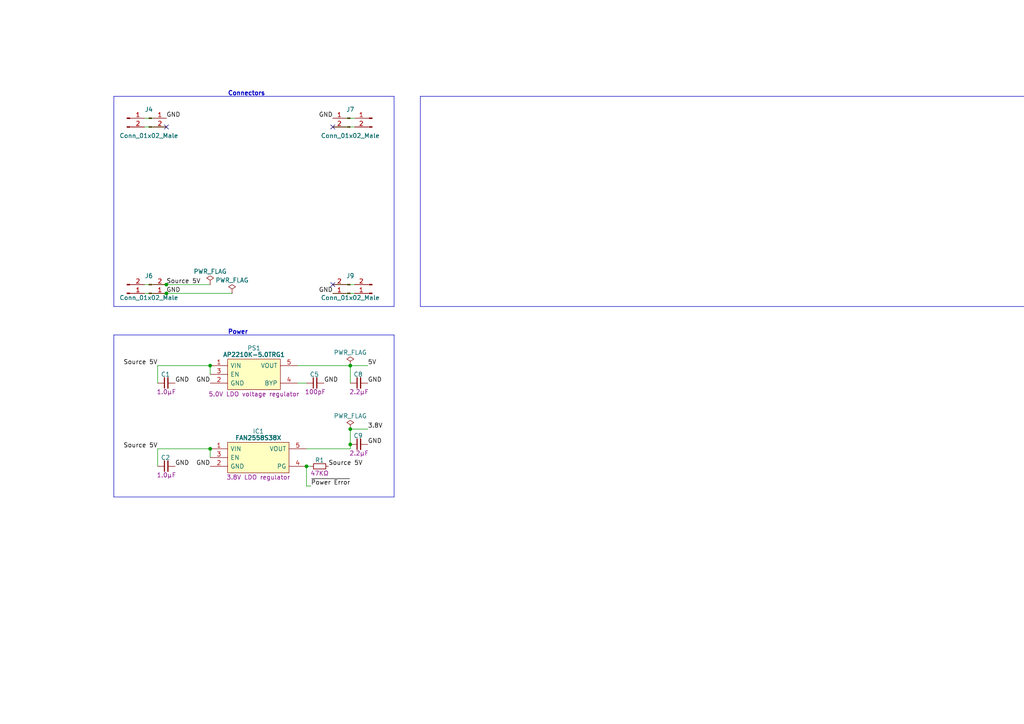
<source format=kicad_sch>
(kicad_sch (version 20230121) (generator eeschema)
  (paper "A4")
  (lib_symbols
    (symbol "Apem:NDS-01V" (pin_names (offset 0.762))
      (property "Reference" "S" (at 12.7 5.08 0))
      (property "Value" "NDS-01V" (at 12.7 3.175 0))
      (property "Description" "1-switch DIP" (at 12.7 -3.175 0))
      (symbol "NDS-01V_0_0"
        (pin passive line (at 0 0 0) (length 5.08) (name "COM") (number "1"))
        (pin passive line (at 25.4 0 180) (length 5.08) (name "NO") (number "2"))
      )
      (symbol "NDS-01V_0_1"
        (polyline (pts (xy 5.08 1.905) (xy 20.32 1.905) (xy 20.32 -1.905) (xy 5.08 -1.905) (xy 5.08 1.905)) (stroke (width 0.1524)) (fill (type background)))
      )
    )
    (symbol "Bourns:CAY16-102J4LF" (pin_names (offset 0.762))
      (property "Reference" "RN" (at 10.16 5.08 0))
      (property "Value" "CAY16-102J4LF" (at 10.16 3.175 0))
      (property "Description" "1KΩ 4-array resistor" (at 10.16 -10.795 0))
      (symbol "CAY16-102J4LF_0_0"
        (pin passive line (at 0 0 0) (length 5.08) (name "R1") (number "1"))
        (pin passive line (at 0 -2.54 0) (length 5.08) (name "R2") (number "2"))
        (pin passive line (at 0 -5.08 0) (length 5.08) (name "R3") (number "3"))
        (pin passive line (at 0 -7.62 0) (length 5.08) (name "R4") (number "4"))
        (pin passive line (at 20.32 -7.62 180) (length 5.08) (name "R4") (number "5"))
        (pin passive line (at 20.32 -5.08 180) (length 5.08) (name "R3") (number "6"))
        (pin passive line (at 20.32 -2.54 180) (length 5.08) (name "R2") (number "7"))
        (pin passive line (at 20.32 0 180) (length 5.08) (name "R1") (number "8"))
      )
      (symbol "CAY16-102J4LF_0_1"
        (polyline (pts (xy 5.08 1.905) (xy 15.24 1.905) (xy 15.24 -9.525) (xy 5.08 -9.525) (xy 5.08 1.905)) (stroke (width 0.1524)) (fill (type background)))
      )
    )
    (symbol "C_0805_1" (pin_numbers hide) (pin_names (offset 0.254) hide)
      (property "Reference" "C" (at 2.286 2.54 0))
      (property "Description" "?μF" (at 2.54 -2.54 0))
      (symbol "C_0805_1_0_1"
        (polyline (pts (xy 1.9685 -1.4605) (xy 1.9685 1.5875)) (stroke (width 0.3048)))
        (polyline (pts (xy 2.9845 -1.4605) (xy 2.9845 1.5875)) (stroke (width 0.3302)))
      )
      (symbol "C_0805_1_1_1"
        (pin passive line (at 0 0 0) (length 2.032) (name "~") (number "1"))
        (pin passive line (at 5.08 0 180) (length 2.032) (name "~") (number "2"))
      )
    )
    (symbol "C_0805_2" (pin_numbers hide) (pin_names (offset 0.254) hide)
      (property "Reference" "C" (at 2.286 2.54 0))
      (property "Description" "?μF" (at 2.54 -2.54 0))
      (symbol "C_0805_2_0_1"
        (polyline (pts (xy 1.9685 -1.4605) (xy 1.9685 1.5875)) (stroke (width 0.3048)))
        (polyline (pts (xy 2.9845 -1.4605) (xy 2.9845 1.5875)) (stroke (width 0.3302)))
      )
      (symbol "C_0805_2_1_1"
        (pin passive line (at 0 0 0) (length 2.032) (name "~") (number "1"))
        (pin passive line (at 5.08 0 180) (length 2.032) (name "~") (number "2"))
      )
    )
    (symbol "C_0805_3" (pin_numbers hide) (pin_names (offset 0.254) hide)
      (property "Reference" "C" (at 2.286 2.54 0))
      (property "Description" "?μF" (at 2.54 -2.54 0))
      (symbol "C_0805_3_0_1"
        (polyline (pts (xy 1.9685 -1.4605) (xy 1.9685 1.5875)) (stroke (width 0.3048)))
        (polyline (pts (xy 2.9845 -1.4605) (xy 2.9845 1.5875)) (stroke (width 0.3302)))
      )
      (symbol "C_0805_3_1_1"
        (pin passive line (at 0 0 0) (length 2.032) (name "~") (number "1"))
        (pin passive line (at 5.08 0 180) (length 2.032) (name "~") (number "2"))
      )
    )
    (symbol "C_0805_4" (pin_numbers hide) (pin_names (offset 0.254) hide)
      (property "Reference" "C" (at 2.286 2.54 0))
      (property "Description" "?μF" (at 2.54 -2.54 0))
      (symbol "C_0805_4_0_1"
        (polyline (pts (xy 1.9685 -1.4605) (xy 1.9685 1.5875)) (stroke (width 0.3048)))
        (polyline (pts (xy 2.9845 -1.4605) (xy 2.9845 1.5875)) (stroke (width 0.3302)))
      )
      (symbol "C_0805_4_1_1"
        (pin passive line (at 0 0 0) (length 2.032) (name "~") (number "1"))
        (pin passive line (at 5.08 0 180) (length 2.032) (name "~") (number "2"))
      )
    )
    (symbol "C_0805_5" (pin_numbers hide) (pin_names (offset 0.254) hide)
      (property "Reference" "C" (at 2.286 2.54 0))
      (property "Description" "?μF" (at 2.54 -2.54 0))
      (symbol "C_0805_5_0_1"
        (polyline (pts (xy 1.9685 -1.4605) (xy 1.9685 1.5875)) (stroke (width 0.3048)))
        (polyline (pts (xy 2.9845 -1.4605) (xy 2.9845 1.5875)) (stroke (width 0.3302)))
      )
      (symbol "C_0805_5_1_1"
        (pin passive line (at 0 0 0) (length 2.032) (name "~") (number "1"))
        (pin passive line (at 5.08 0 180) (length 2.032) (name "~") (number "2"))
      )
    )
    (symbol "C_0805_6" (pin_numbers hide) (pin_names (offset 0.254) hide)
      (property "Reference" "C" (at 2.286 2.54 0))
      (property "Description" "?μF" (at 2.54 -2.54 0))
      (symbol "C_0805_6_0_1"
        (polyline (pts (xy 1.9685 -1.4605) (xy 1.9685 1.5875)) (stroke (width 0.3048)))
        (polyline (pts (xy 2.9845 -1.4605) (xy 2.9845 1.5875)) (stroke (width 0.3302)))
      )
      (symbol "C_0805_6_1_1"
        (pin passive line (at 0 0 0) (length 2.032) (name "~") (number "1"))
        (pin passive line (at 5.08 0 180) (length 2.032) (name "~") (number "2"))
      )
    )
    (symbol "Connector:Conn_01x02_Male" (pin_names (offset 1.016) hide)
      (property "Reference" "J" (at 0 2.54 0))
      (property "Value" "Conn_01x02_Male" (at 0 -5.08 0))
      (symbol "Conn_01x02_Male_1_1"
        (polyline (pts (xy 1.27 -2.54) (xy 0.8636 -2.54)) (stroke (width 0.1524)))
        (polyline (pts (xy 1.27 0) (xy 0.8636 0)) (stroke (width 0.1524)))
        (rectangle (start 0.8636 -2.413) (end 0 -2.667) (stroke (width 0.1524)) (fill (type outline)))
        (rectangle (start 0.8636 0.127) (end 0 -0.127) (stroke (width 0.1524)) (fill (type outline)))
        (pin passive line (at 5.08 0 180) (length 3.81) (name "Pin_1") (number "1"))
        (pin passive line (at 5.08 -2.54 180) (length 3.81) (name "Pin_2") (number "2"))
      )
    )
    (symbol "Device:NetTie_2" (pin_numbers hide) (pin_names (offset 0) hide)
      (property "Reference" "NT" (at 0 1.27 0))
      (property "Value" "NetTie_2" (at 0 -1.27 0))
      (symbol "NetTie_2_0_1"
        (polyline (pts (xy -1.27 0) (xy 1.27 0)) (stroke (width 0.254)))
      )
      (symbol "NetTie_2_1_1"
        (pin passive line (at -2.54 0 0) (length 2.54) (name "1") (number "1"))
        (pin passive line (at 2.54 0 180) (length 2.54) (name "2") (number "2"))
      )
    )
    (symbol "Diodes_Inc:AP2210K-5.0TRG1" (pin_names (offset 0.762))
      (property "Reference" "PS" (at 12.7 5.08 0))
      (property "Value" "AP2210K-5.0TRG1" (at 12.7 3.175 0))
      (property "Description" "5.0V LDO voltage regulator" (at 12.7 -8.255 0))
      (symbol "AP2210K-5.0TRG1_0_0"
        (pin power_in line (at 0 0 0) (length 5.08) (name "VIN") (number "1"))
        (pin power_in line (at 0 -5.08 0) (length 5.08) (name "GND") (number "2"))
        (pin input line (at 0 -2.54 0) (length 5.08) (name "EN") (number "3"))
        (pin unspecified line (at 25.4 -5.08 180) (length 5.08) (name "BYP") (number "4"))
        (pin power_out line (at 25.4 0 180) (length 5.08) (name "VOUT") (number "5"))
      )
      (symbol "AP2210K-5.0TRG1_0_1"
        (polyline (pts (xy 5.08 1.905) (xy 20.32 1.905) (xy 20.32 -6.985) (xy 5.08 -6.985) (xy 5.08 1.905)) (fill (type background)))
      )
    )
    (symbol "HCP65:C_0805" (pin_numbers hide) (pin_names (offset 0.254) hide)
      (property "Reference" "C" (at 2.286 2.54 0))
      (property "Description" "?μF" (at 2.54 -2.54 0))
      (symbol "C_0805_0_1"
        (polyline (pts (xy 1.9685 -1.4605) (xy 1.9685 1.5875)) (stroke (width 0.3048)))
        (polyline (pts (xy 2.9845 -1.4605) (xy 2.9845 1.5875)) (stroke (width 0.3302)))
      )
      (symbol "C_0805_1_1"
        (pin passive line (at 0 0 0) (length 2.032) (name "~") (number "1"))
        (pin passive line (at 5.08 0 180) (length 2.032) (name "~") (number "2"))
      )
    )
    (symbol "HCP65:R_0805" (pin_numbers hide) (pin_names hide)
      (property "Reference" "R" (at 2.54 1.778 0))
      (property "Description" "?Ω" (at 2.54 -2.032 0))
      (symbol "R_0805_0_1"
        (rectangle (start 0.762 0.762) (end 4.318 -0.762) (stroke (width 0.2032)))
      )
      (symbol "R_0805_1_1"
        (pin passive line (at 0 0 0) (length 0.72) (name "~") (number "1"))
        (pin passive line (at 5.08 0 180) (length 0.72) (name "~") (number "2"))
      )
    )
    (symbol "ON_Semiconductor:FAN2558S38X" (pin_names (offset 0.762))
      (property "Reference" "IC" (at 13.97 5.08 0))
      (property "Value" "FAN2558S38X" (at 13.97 3.175 0))
      (property "Description" "3.8V LDO regulator" (at 13.97 -8.255 0))
      (symbol "FAN2558S38X_0_0"
        (pin passive line (at 0 0 0) (length 5.08) (name "VIN") (number "1"))
        (pin passive line (at 0 -5.08 0) (length 5.08) (name "GND") (number "2"))
        (pin passive line (at 0 -2.54 0) (length 5.08) (name "EN") (number "3"))
        (pin unspecified line (at 27.94 -5.08 180) (length 5.08) (name "PG") (number "4"))
        (pin power_out line (at 27.94 0 180) (length 5.08) (name "VOUT") (number "5"))
      )
      (symbol "FAN2558S38X_0_1"
        (polyline (pts (xy 5.08 1.905) (xy 22.86 1.905) (xy 22.86 -6.985) (xy 5.08 -6.985) (xy 5.08 1.905)) (stroke (width 0.1524)) (fill (type background)))
      )
    )
    (symbol "R_0805_1" (pin_numbers hide) (pin_names hide)
      (property "Reference" "R" (at 2.54 1.778 0))
      (property "Description" "?Ω" (at 2.54 -2.032 0))
      (symbol "R_0805_1_0_1"
        (rectangle (start 0.762 0.762) (end 4.318 -0.762) (stroke (width 0.2032)))
      )
      (symbol "R_0805_1_1_1"
        (pin passive line (at 0 0 0) (length 0.72) (name "~") (number "1"))
        (pin passive line (at 5.08 0 180) (length 0.72) (name "~") (number "2"))
      )
    )
    (symbol "Wurth_Elektronik:150224SS73100" (pin_names (offset 0.762))
      (property "Reference" "LED" (at 0 1.905 0))
      (property "Description" "red LED" (at 0 -3.175 0))
      (symbol "150224SS73100_0_0"
        (pin power_in line (at -3.81 0 0) (length 2.54) (name "~") (number "1"))
        (pin power_in line (at 3.81 0 180) (length 2.54) (name "~") (number "2"))
      )
      (symbol "150224SS73100_0_1"
        (polyline (pts (xy -1.27 1.27) (xy -1.27 -1.27)) (stroke (width 0.1524)))
        (polyline (pts (xy 0 1.27) (xy -0.635 1.905)) (stroke (width 0.1524)))
        (polyline (pts (xy -1.27 0) (xy 1.27 1.27) (xy 1.27 -1.27) (xy -1.27 0)) (stroke (width 0.254)) (fill (type background)))
        (polyline (pts (xy 0 1.905) (xy -0.635 1.27) (xy -0.635 1.905) (xy 0 1.905)) (stroke (width 0.254)) (fill (type outline)))
      )
    )
    (symbol "power:PWR_FLAG" (power) (pin_numbers hide) (pin_names (offset 0) hide)
      (property "Value" "PWR_FLAG" (at 0 3.81 0))
      (symbol "PWR_FLAG_0_0"
        (pin power_out line (at 0 0 90) (length 0) (name "pwr") (number "1"))
      )
      (symbol "PWR_FLAG_0_1"
        (polyline (pts (xy 0 0) (xy 0 1.27) (xy -1.016 1.905) (xy 0 2.54) (xy 1.016 1.905) (xy 0 1.27)))
      )
    )
  )
  (junction (at 88.9 135.255))
  (junction (at 48.26 85.09))
  (junction (at 60.96 130.175))
  (junction (at 101.6 124.46))
  (junction (at 101.6 128.905))
  (junction (at 48.26 82.55))
  (junction (at 344.805 39.37))
  (junction (at 60.96 106.045))
  (junction (at 101.6 106.045))
  (no_connect (at 349.25 58.42))
  (no_connect (at 96.52 82.55))
  (no_connect (at 96.52 36.83))
  (no_connect (at 48.26 36.83))
  (no_connect (at 369.57 60.96))
  (no_connect (at 349.25 60.96))
  (no_connect (at 369.57 58.42))
  (polyline (pts (xy 394.97 88.9) (xy 394.97 27.94)))
  (wire (pts (xy 41.91 82.55) (xy 48.26 82.55)))
  (wire (pts (xy 102.87 85.09) (xy 96.52 85.09)))
  (wire (pts (xy 88.9 111.125) (xy 86.36 111.125)))
  (polyline (pts (xy 114.3 27.94) (xy 114.3 88.9)))
  (polyline (pts (xy 121.92 27.94) (xy 121.92 88.9)))
  (polyline (pts (xy 114.3 88.9) (xy 33.02 88.9)))
  (wire (pts (xy 102.87 36.83) (xy 96.52 36.83)))
  (polyline (pts (xy 33.02 27.94) (xy 33.02 88.9)))
  (wire (pts (xy 102.87 82.55) (xy 96.52 82.55)))
  (wire (pts (xy 343.535 39.37) (xy 344.805 39.37)))
  (wire (pts (xy 60.96 130.175) (xy 60.96 132.715)))
  (wire (pts (xy 102.87 34.29) (xy 96.52 34.29)))
  (wire (pts (xy 346.075 46.99) (xy 344.805 46.99)))
  (wire (pts (xy 88.9 140.97) (xy 90.17 140.97)))
  (wire (pts (xy 344.805 46.99) (xy 344.805 39.37)))
  (wire (pts (xy 45.72 106.045) (xy 45.72 111.125)))
  (wire (pts (xy 101.6 124.46) (xy 101.6 128.905)))
  (wire (pts (xy 45.72 130.175) (xy 60.96 130.175)))
  (wire (pts (xy 41.91 85.09) (xy 48.26 85.09)))
  (wire (pts (xy 346.71 55.88) (xy 349.25 55.88)))
  (wire (pts (xy 45.72 130.175) (xy 45.72 135.255)))
  (polyline (pts (xy 114.3 97.155) (xy 114.3 144.145)))
  (wire (pts (xy 41.91 34.29) (xy 48.26 34.29)))
  (wire (pts (xy 88.9 135.255) (xy 88.9 140.97)))
  (polyline (pts (xy 114.3 97.155) (xy 33.02 97.155)))
  (polyline (pts (xy 114.3 144.145) (xy 33.02 144.145)))
  (wire (pts (xy 101.6 128.905) (xy 101.6 130.175)))
  (wire (pts (xy 86.36 106.045) (xy 101.6 106.045)))
  (wire (pts (xy 344.805 39.37) (xy 346.075 39.37)))
  (wire (pts (xy 60.96 108.585) (xy 60.96 106.045)))
  (wire (pts (xy 349.25 63.5) (xy 346.71 63.5)))
  (wire (pts (xy 90.17 135.255) (xy 88.9 135.255)))
  (polyline (pts (xy 121.92 27.94) (xy 394.97 27.94)))
  (wire (pts (xy 45.72 106.045) (xy 60.96 106.045)))
  (wire (pts (xy 101.6 106.045) (xy 101.6 111.125)))
  (wire (pts (xy 101.6 106.045) (xy 106.68 106.045)))
  (wire (pts (xy 48.26 82.55) (xy 60.96 82.55)))
  (wire (pts (xy 41.91 36.83) (xy 48.26 36.83)))
  (polyline (pts (xy 33.02 27.94) (xy 114.3 27.94)))
  (polyline (pts (xy 33.02 144.145) (xy 33.02 97.155)))
  (polyline (pts (xy 121.92 88.9) (xy 394.97 88.9)))
  (wire (pts (xy 101.6 124.46) (xy 106.68 124.46)))
  (wire (pts (xy 88.9 130.175) (xy 101.6 130.175)))
  (wire (pts (xy 48.26 85.09) (xy 67.31 85.09)))
  (text "Power" (at 66.04 97.155 0) (effects (font (size 1.27 1.27) (thickness 0.254) bold) (justify left bottom)))
  (text "Connectors" (at 66.04 27.94 0) (effects (font (size 1.27 1.27) (thickness 0.254) bold) (justify left bottom)))
  (label "Reset LED" (at 339.09 63.5 180))
  (label "~{Reset}" (at 340.36 82.55 180))
  (label "Power LED" (at 345.44 74.93 0))
  (label "GND" (at 369.57 63.5 0))
  (label "5V" (at 380.365 55.245 180))
  (label "GND" (at 60.96 135.255 180))
  (label "GND" (at 369.57 55.88 0))
  (label "5V" (at 340.36 74.93 180))
  (label "GND" (at 371.475 39.37 0))
  (label "Source 5V" (at 95.25 135.255 0))
  (label "GND" (at 385.445 55.245 0))
  (label "GND" (at 96.52 34.29 180))
  (label "GND" (at 385.445 62.865 0))
  (label "~{Power Error}" (at 90.17 140.97 0))
  (label "GND" (at 48.26 85.09 0))
  (label "GND" (at 93.98 111.125 0))
  (label "3.8V" (at 106.68 124.46 0))
  (label "5V" (at 380.365 62.865 180))
  (label "Source 5V" (at 48.26 82.55 0))
  (label "Source 5V" (at 45.72 106.045 180))
  (label "GND" (at 50.8 111.125 0))
  (label "Source 5V" (at 45.72 130.175 180))
  (label "Power LED" (at 339.09 55.88 180))
  (label "5V" (at 351.155 46.99 0))
  (label "GND" (at 50.8 135.255 0))
  (label "GND" (at 96.52 85.09 180))
  (label "5V" (at 106.68 106.045 0))
  (label "LED Enable" (at 343.535 39.37 180))
  (label "GND" (at 60.96 111.125 180))
  (label "Reset LED" (at 345.44 82.55 0))
  (label "GND" (at 48.26 34.29 0))
  (label "GND" (at 106.68 128.905 0))
  (label "GND" (at 106.68 111.125 0))
  (symbol (lib_id "Connector:Conn_01x02_Male") (at 36.83 34.29 0) (unit 1)
    (property "Reference" "J1" (effects hide))
    (property "Value" "Conn_01x02_Male" (effects hide))
    (property "Footprint" "Connector_PinHeader_2.54mm:PinHeader_1x02_P2.54mm_Vertical" (effects hide))
  )
  (symbol (lib_id "Wurth_Elektronik:150224SS73100") (at 342.9 63.5 0) (mirror y) (unit 1)
    (property "Reference" "LD2" (at 342.9 61.595 0) (effects (justify bottom)))
    (property "Value" "150224SS73100" (effects hide))
    (property "Footprint" "SamacSys_Parts:150224SS73100A" (effects hide))
    (property "Datasheet" "http://www.farnell.com/datasheets/2301711.pdf" (effects hide))
    (property "Description" "red LED" (at 342.9 66.675 0) (effects (justify bottom)))
    (property "Height" "1.31" (effects hide))
    (property "Manufacturer_Name" "Wurth Elektronik" (effects hide))
    (property "Manufacturer_Part_Number" "150224SS73100" (effects hide))
    (property "Mouser Part Number" "710-150224SS73100" (effects hide))
    (property "Mouser Price/Stock" "https://www.mouser.co.uk/ProductDetail/Wurth-Elektronik/150224SS73100?qs=5aG0NVq1C4xYrTr%2FIVl59g%3D%3D" (effects hide))
    (property "Silkscreen" "red" (effects hide))
  )
  (symbol (lib_id "power:PWR_FLAG") (at 60.96 82.55 0) (unit 1)
    (property "Reference" "#FLG0103" (effects hide))
    (property "Value" "PWR_FLAG" (at 60.96 78.74 0))
  )
  (symbol (lib_id "Connector:Conn_01x02_Male") (at 43.18 34.29 0) (unit 1)
    (property "Reference" "J4" (at 43.18 31.75 0))
    (property "Value" "Conn_01x02_Male" (at 43.18 39.37 0))
    (property "Footprint" "Connector_PinHeader_2.54mm:PinHeader_1x02_P2.54mm_Vertical" (effects hide))
  )
  (symbol (lib_id "Wurth_Elektronik:150224SS73100") (at 342.9 55.88 0) (mirror y) (unit 1)
    (property "Reference" "LD1" (at 342.9 53.975 0) (effects (justify bottom)))
    (property "Value" "150224SS73100" (effects hide))
    (property "Footprint" "SamacSys_Parts:150224SS73100A" (effects hide))
    (property "Datasheet" "http://www.farnell.com/datasheets/2301711.pdf" (effects hide))
    (property "Description" "red LED" (at 342.9 59.055 0) (effects (justify bottom)))
    (property "Height" "1.31" (effects hide))
    (property "Manufacturer_Name" "Wurth Elektronik" (effects hide))
    (property "Manufacturer_Part_Number" "150224SS73100" (effects hide))
    (property "Mouser Part Number" "710-150224SS73100" (effects hide))
    (property "Mouser Price/Stock" "https://www.mouser.co.uk/ProductDetail/Wurth-Elektronik/150224SS73100?qs=5aG0NVq1C4xYrTr%2FIVl59g%3D%3D" (effects hide))
    (property "Silkscreen" "red" (effects hide))
  )
  (symbol (lib_name "C_0805_1") (lib_id "HCP65:C_0805") (at 45.72 135.255 0) (unit 1)
    (property "Reference" "C2" (at 48.006 132.715 0))
    (property "Value" "C_0805" (effects hide))
    (property "Footprint" "SamacSys_Parts:C_0805" (effects hide))
    (property "Description" "1.0µF" (at 48.26 137.795 0))
  )
  (symbol (lib_id "Connector:Conn_01x02_Male") (at 101.6 85.09 180) (unit 1)
    (property "Reference" "J9" (at 101.6 80.01 0))
    (property "Value" "Conn_01x02_Male" (at 101.6 86.36 0))
    (property "Footprint" "Connector_PinHeader_2.54mm:PinHeader_1x02_P2.54mm_Vertical" (effects hide))
  )
  (symbol (lib_id "Device:NetTie_2") (at 342.9 82.55 0) (unit 1)
    (property "Reference" "NT2" (at 342.9 81.28 0))
    (property "Value" "NetTie_2" (at 342.9 83.82 0))
    (property "Footprint" "NetTie:NetTie-2_SMD_Pad0.5mm" (effects hide))
  )
  (symbol (lib_id "Connector:Conn_01x02_Male") (at 107.95 85.09 180) (unit 1)
    (property "Reference" "J12" (effects hide))
    (property "Value" "Conn_01x02_Male" (effects hide))
    (property "Footprint" "Connector_PinHeader_2.54mm:PinHeader_1x02_P2.54mm_Vertical" (effects hide))
  )
  (symbol (lib_id "Connector:Conn_01x02_Male") (at 43.18 85.09 0) (mirror x) (unit 1)
    (property "Reference" "J6" (at 43.18 80.01 0))
    (property "Value" "Conn_01x02_Male" (at 43.18 86.36 0))
    (property "Footprint" "Connector_PinHeader_2.54mm:PinHeader_1x02_P2.54mm_Vertical" (effects hide))
  )
  (symbol (lib_id "HCP65:R_0805") (at 346.075 46.99 0) (unit 1)
    (property "Reference" "R2" (at 348.615 45.212 0))
    (property "Value" "R_0805" (effects hide))
    (property "Footprint" "SamacSys_Parts:R_0805" (effects hide))
    (property "Description" "4.7KΩ" (at 348.615 49.022 0))
  )
  (symbol (lib_name "C_0805_4") (lib_id "HCP65:C_0805") (at 45.72 111.125 0) (unit 1)
    (property "Reference" "C1" (at 48.006 108.585 0))
    (property "Value" "C_0805" (effects hide))
    (property "Footprint" "SamacSys_Parts:C_0805" (effects hide))
    (property "Description" "1.0µF" (at 48.26 113.665 0))
  )
  (symbol (lib_id "Connector:Conn_01x02_Male") (at 107.95 34.29 0) (mirror y) (unit 1)
    (property "Reference" "J10" (effects hide))
    (property "Value" "Conn_01x02_Male" (effects hide))
    (property "Footprint" "Connector_PinHeader_2.54mm:PinHeader_1x02_P2.54mm_Vertical" (effects hide))
  )
  (symbol (lib_id "Connector:Conn_01x02_Male") (at 36.83 85.09 0) (mirror x) (unit 1)
    (property "Reference" "J3" (effects hide))
    (property "Value" "Conn_01x02_Male" (effects hide))
    (property "Footprint" "Connector_PinHeader_2.54mm:PinHeader_1x02_P2.54mm_Vertical" (effects hide))
  )
  (symbol (lib_name "C_0805_6") (lib_id "HCP65:C_0805") (at 380.365 55.245 0) (unit 1)
    (property "Reference" "C3" (at 382.651 52.705 0))
    (property "Value" "C_0805" (effects hide))
    (property "Footprint" "SamacSys_Parts:C_0805" (effects hide))
    (property "Description" "1nF" (at 382.905 57.785 0))
  )
  (symbol (lib_name "C_0805_2") (lib_id "HCP65:C_0805") (at 101.6 128.905 0) (unit 1)
    (property "Reference" "C9" (at 103.886 126.365 0))
    (property "Value" "C_0805" (effects hide))
    (property "Footprint" "SamacSys_Parts:C_0805" (effects hide))
    (property "Description" "2.2µF" (at 104.14 131.445 0))
  )
  (symbol (lib_name "R_0805_1") (lib_id "HCP65:R_0805") (at 90.17 135.255 0) (unit 1)
    (property "Reference" "R1" (at 92.71 133.477 0))
    (property "Value" "R_0805" (effects hide))
    (property "Footprint" "SamacSys_Parts:R_0805" (effects hide))
    (property "Description" "47KΩ" (at 92.71 137.287 0))
  )
  (symbol (lib_id "Apem:NDS-01V") (at 346.075 39.37 0) (unit 1)
    (property "Reference" "S1" (at 358.775 34.29 0))
    (property "Value" "NDS-01V" (at 358.775 36.195 0) (effects (font bold)))
    (property "Footprint" "NDS01V" (effects hide))
    (property "Datasheet" "http://www.dip.com.tw/en/en-product-information/en-switch002/item/2370-nds-r" (effects hide))
    (property "Description" "1-switch DIP" (at 358.775 42.545 0))
    (property "Height" "7.05" (effects hide))
    (property "Mouser Part Number" "113-NDS01V" (effects hide))
    (property "Mouser Price/Stock" "https://www.mouser.co.uk/ProductDetail/Diptronics/NDS-01V?qs=MLItCLRbWsybtV%2FSbz3VEA%3D%3D" (effects hide))
    (property "Manufacturer_Name" "Diptronics" (effects hide))
    (property "Manufacturer_Part_Number" "NDS-01V" (effects hide))
  )
  (symbol (lib_id "power:PWR_FLAG") (at 101.6 106.045 0) (unit 1)
    (property "Reference" "#FLG01" (effects hide))
    (property "Value" "PWR_FLAG" (at 101.6 102.235 0))
  )
  (symbol (lib_id "power:PWR_FLAG") (at 67.31 85.09 0) (unit 1)
    (property "Reference" "#FLG0104" (effects hide))
    (property "Value" "PWR_FLAG" (at 67.31 81.28 0))
  )
  (symbol (lib_name "C_0805_3") (lib_id "HCP65:C_0805") (at 88.9 111.125 0) (unit 1)
    (property "Reference" "C5" (at 91.186 108.585 0))
    (property "Value" "C_0805" (effects hide))
    (property "Footprint" "SamacSys_Parts:C_0805" (effects hide))
    (property "Description" "100pF" (at 91.44 113.665 0))
  )
  (symbol (lib_id "Bourns:CAY16-102J4LF") (at 369.57 55.88 0) (mirror y) (unit 1)
    (property "Reference" "RN1" (at 359.41 50.8 0))
    (property "Value" "CAY16-102J4LF" (at 359.41 52.705 0))
    (property "Footprint" "SamacSys_Parts:CAY16-J4" (effects hide))
    (property "Datasheet" "https://www.bourns.com/pdfs/CATCAY.pdf" (effects hide))
    (property "Description" "1KΩ 4-array resistor" (at 359.41 66.675 0))
    (property "Manufacturer_Name" "Bourns" (effects hide))
    (property "Manufacturer_Part_Number" "CAY16-102J4LF\n" (effects hide))
    (property "Mouser Part Number" "652-CAY16-102J4LF" (effects hide))
    (property "Mouser Price/Stock" "https://www.mouser.co.uk/ProductDetail/Bourns/CAY16-472J4LF?qs=vjljXApjgZXDWSqaYW6%252BOA%3D%3D" (effects hide))
    (property "Silkscreen" "1KΩ" (effects hide))
  )
  (symbol (lib_id "Diodes_Inc:AP2210K-5.0TRG1") (at 60.96 106.045 0) (unit 1)
    (property "Reference" "PS1" (at 73.66 100.965 0))
    (property "Value" "AP2210K-5.0TRG1" (at 73.66 102.87 0) (effects (font bold)))
    (property "Footprint" "SOT95P282X130-5N" (effects hide))
    (property "Datasheet" "https://componentsearchengine.com/Datasheets/1/AP2210K-5.0TRG1.pdf" (effects hide))
    (property "Description" "5.0V LDO voltage regulator" (at 73.66 114.3 0))
    (property "Height" "1.3" (effects hide))
    (property "Manufacturer_Name" "Diodes Inc." (effects hide))
    (property "Manufacturer_Part_Number" "AP2210K-5.0TRG1" (effects hide))
    (property "Mouser Part Number" "621-AP2210K-5.0TRG1" (effects hide))
    (property "Mouser Price/Stock" "https://www.mouser.co.uk/ProductDetail/Diodes-Incorporated/AP2210K-50TRG1?qs=x6A8l6qLYDCAXUjYnFg7HQ%3D%3D" (effects hide))
    (property "Arrow Part Number" "AP2210K-5.0TRG1" (effects hide))
    (property "Arrow Price/Stock" "https://www.arrow.com/en/products/ap2210k-5.0trg1/diodes-incorporated?region=nac" (effects hide))
    (property "Silkscreen" "AP2210K" (effects hide))
  )
  (symbol (lib_id "Connector:Conn_01x02_Male") (at 101.6 34.29 0) (mirror y) (unit 1)
    (property "Reference" "J7" (at 101.6 31.75 0))
    (property "Value" "Conn_01x02_Male" (at 101.6 39.37 0))
    (property "Footprint" "Connector_PinHeader_2.54mm:PinHeader_1x02_P2.54mm_Vertical" (effects hide))
  )
  (symbol (lib_id "power:PWR_FLAG") (at 101.6 124.46 0) (unit 1)
    (property "Reference" "#FLG02" (effects hide))
    (property "Value" "PWR_FLAG" (at 101.6 120.65 0))
  )
  (symbol (lib_id "Device:NetTie_2") (at 342.9 74.93 0) (unit 1)
    (property "Reference" "NT1" (at 342.9 73.66 0))
    (property "Value" "NetTie_2" (at 342.9 76.2 0))
    (property "Footprint" "NetTie:NetTie-2_SMD_Pad0.5mm" (effects hide))
  )
  (symbol (lib_name "C_0805_5") (lib_id "HCP65:C_0805") (at 101.6 111.125 0) (unit 1)
    (property "Reference" "C8" (at 103.886 108.585 0))
    (property "Value" "C_0805" (effects hide))
    (property "Footprint" "SamacSys_Parts:C_0805" (effects hide))
    (property "Description" "2.2µF" (at 104.14 113.665 0))
  )
  (symbol (lib_id "ON_Semiconductor:FAN2558S38X") (at 60.96 130.175 0) (unit 1)
    (property "Reference" "IC1" (at 74.93 125.095 0))
    (property "Value" "FAN2558S38X" (at 74.93 127 0) (effects (font bold)))
    (property "Footprint" "SOT95P270X145-5N" (effects hide))
    (property "Datasheet" "https://www.mouser.co.za/datasheet/2/308/1/FAN2558_D-2311565.pdf" (effects hide))
    (property "Description" "3.8V LDO regulator" (at 74.93 138.43 0))
    (property "Height" "1.45" (effects hide))
    (property "Manufacturer_Name" "Aptina / ON Semiconductor" (effects hide))
    (property "Manufacturer_Part_Number" "FAN2558S38X" (effects hide))
    (property "Mouser Part Number" "512-FAN2558S38X" (effects hide))
    (property "Mouser Price/Stock" "https://www.mouser.co.uk/ProductDetail/onsemi-Fairchild/FAN2558S38X?qs=2v2%252BE2uCx3nNodI42eTMtA%3D%3D" (effects hide))
    (property "Silkscreen" "FAN2558S" (effects hide))
  )
  (symbol (lib_id "HCP65:C_0805") (at 380.365 62.865 0) (unit 1)
    (property "Reference" "C4" (at 382.651 60.325 0))
    (property "Value" "C_0805" (effects hide))
    (property "Footprint" "SamacSys_Parts:C_0805" (effects hide))
    (property "Description" "1nF" (at 382.905 65.405 0))
  )
)
</source>
